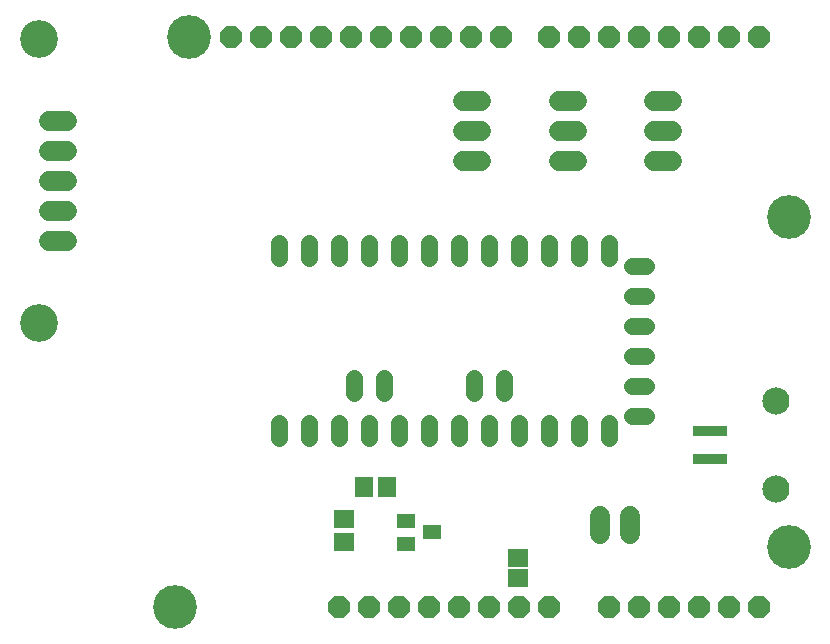
<source format=gbr>
G04 EAGLE Gerber RS-274X export*
G75*
%MOMM*%
%FSLAX34Y34*%
%LPD*%
%INSoldermask Top*%
%IPPOS*%
%AMOC8*
5,1,8,0,0,1.08239X$1,22.5*%
G01*
%ADD10C,3.703200*%
%ADD11C,3.203200*%
%ADD12C,1.727200*%
%ADD13R,1.503200X1.803200*%
%ADD14R,1.803200X1.503200*%
%ADD15C,1.403200*%
%ADD16P,2.034460X8X22.500000*%
%ADD17R,1.603200X1.203200*%
%ADD18R,2.903200X0.903200*%
%ADD19C,2.303200*%
%ADD20R,1.703200X1.503200*%


D10*
X162000Y508000D03*
X150000Y25400D03*
X670000Y76200D03*
X670000Y355600D03*
D11*
X35000Y506000D03*
X35000Y265500D03*
D12*
X510300Y102220D02*
X510300Y86980D01*
X535700Y86980D02*
X535700Y102220D01*
D13*
X310700Y126700D03*
X329700Y126700D03*
D14*
X293200Y80400D03*
X293200Y99400D03*
D15*
X518200Y321000D02*
X518200Y333000D01*
X492800Y333000D02*
X492800Y321000D01*
X467400Y321000D02*
X467400Y333000D01*
X442000Y333000D02*
X442000Y321000D01*
X416600Y321000D02*
X416600Y333000D01*
X391200Y333000D02*
X391200Y321000D01*
X365800Y321000D02*
X365800Y333000D01*
X340400Y333000D02*
X340400Y321000D01*
X315000Y321000D02*
X315000Y333000D01*
X289600Y333000D02*
X289600Y321000D01*
X264200Y321000D02*
X264200Y333000D01*
X238800Y333000D02*
X238800Y321000D01*
X518200Y180600D02*
X518200Y168600D01*
X492800Y168600D02*
X492800Y180600D01*
X467400Y180600D02*
X467400Y168600D01*
X442000Y168600D02*
X442000Y180600D01*
X416600Y180600D02*
X416600Y168600D01*
X391200Y168600D02*
X391200Y180600D01*
X365800Y180600D02*
X365800Y168600D01*
X340400Y168600D02*
X340400Y180600D01*
X315000Y180600D02*
X315000Y168600D01*
X289600Y168600D02*
X289600Y180600D01*
X264200Y180600D02*
X264200Y168600D01*
X238800Y168600D02*
X238800Y180600D01*
X537600Y314300D02*
X549600Y314300D01*
X549600Y288900D02*
X537600Y288900D01*
X537600Y263500D02*
X549600Y263500D01*
X549600Y238100D02*
X537600Y238100D01*
X537600Y212700D02*
X549600Y212700D01*
X549600Y187300D02*
X537600Y187300D01*
X302300Y206700D02*
X302300Y218700D01*
X327700Y218700D02*
X327700Y206700D01*
X403900Y206700D02*
X403900Y218700D01*
X429300Y218700D02*
X429300Y206700D01*
D16*
X543400Y508000D03*
X518000Y25400D03*
X568800Y508000D03*
X594200Y508000D03*
X619600Y508000D03*
X645000Y508000D03*
X518000Y508000D03*
X492600Y508000D03*
X467200Y508000D03*
X426560Y508000D03*
X401160Y508000D03*
X375760Y508000D03*
X350360Y508000D03*
X324960Y508000D03*
X299560Y508000D03*
X274160Y508000D03*
X248760Y508000D03*
X543400Y25400D03*
X568800Y25400D03*
X594200Y25400D03*
X619600Y25400D03*
X645000Y25400D03*
X467200Y25400D03*
X441800Y25400D03*
X416400Y25400D03*
X391000Y25400D03*
X365600Y25400D03*
X340200Y25400D03*
X223360Y508000D03*
X197960Y508000D03*
X314800Y25400D03*
X289400Y25400D03*
D17*
X367700Y88400D03*
X345700Y78900D03*
X345700Y97900D03*
D12*
X59020Y334800D02*
X43780Y334800D01*
X43780Y360200D02*
X59020Y360200D01*
X59020Y385600D02*
X43780Y385600D01*
X43780Y411000D02*
X59020Y411000D01*
X59020Y436400D02*
X43780Y436400D01*
D18*
X603000Y174400D03*
X603000Y150400D03*
D19*
X659500Y199400D03*
X659500Y125400D03*
D20*
X441000Y67000D03*
X441000Y50000D03*
D12*
X409639Y453917D02*
X394399Y453917D01*
X394399Y428517D02*
X409639Y428517D01*
X409639Y403117D02*
X394399Y403117D01*
X475132Y453917D02*
X490372Y453917D01*
X490372Y428517D02*
X475132Y428517D01*
X475132Y403117D02*
X490372Y403117D01*
X555866Y453917D02*
X571106Y453917D01*
X571106Y428517D02*
X555866Y428517D01*
X555866Y403117D02*
X571106Y403117D01*
M02*

</source>
